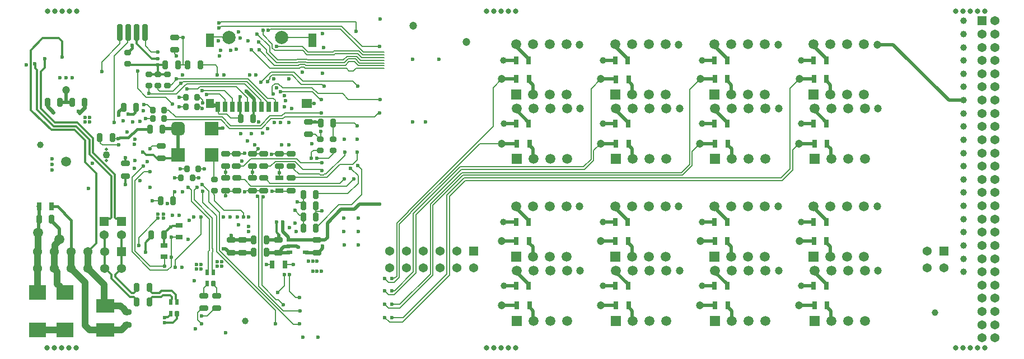
<source format=gbl>
G04*
G04 #@! TF.GenerationSoftware,Altium Limited,Altium Designer,20.1.11 (218)*
G04*
G04 Layer_Physical_Order=4*
G04 Layer_Color=16737819*
%FSAX42Y42*%
%MOMM*%
G71*
G04*
G04 #@! TF.SameCoordinates,67978BD1-B2E9-4B08-9179-9D8DA7AD3022*
G04*
G04*
G04 #@! TF.FilePolarity,Positive*
G04*
G01*
G75*
%ADD10C,0.20*%
%ADD12C,0.60*%
%ADD60R,2.50X2.30*%
%ADD62R,2.80X2.00*%
G04:AMPARAMS|DCode=63|XSize=0.8mm|YSize=1.3mm|CornerRadius=0.2mm|HoleSize=0mm|Usage=FLASHONLY|Rotation=180.000|XOffset=0mm|YOffset=0mm|HoleType=Round|Shape=RoundedRectangle|*
%AMROUNDEDRECTD63*
21,1,0.80,0.90,0,0,180.0*
21,1,0.40,1.30,0,0,180.0*
1,1,0.40,-0.20,0.45*
1,1,0.40,0.20,0.45*
1,1,0.40,0.20,-0.45*
1,1,0.40,-0.20,-0.45*
%
%ADD63ROUNDEDRECTD63*%
G04:AMPARAMS|DCode=64|XSize=0.8mm|YSize=1.3mm|CornerRadius=0.2mm|HoleSize=0mm|Usage=FLASHONLY|Rotation=90.000|XOffset=0mm|YOffset=0mm|HoleType=Round|Shape=RoundedRectangle|*
%AMROUNDEDRECTD64*
21,1,0.80,0.90,0,0,90.0*
21,1,0.40,1.30,0,0,90.0*
1,1,0.40,0.45,0.20*
1,1,0.40,0.45,-0.20*
1,1,0.40,-0.45,-0.20*
1,1,0.40,-0.45,0.20*
%
%ADD64ROUNDEDRECTD64*%
G04:AMPARAMS|DCode=69|XSize=0.8mm|YSize=1mm|CornerRadius=0.2mm|HoleSize=0mm|Usage=FLASHONLY|Rotation=270.000|XOffset=0mm|YOffset=0mm|HoleType=Round|Shape=RoundedRectangle|*
%AMROUNDEDRECTD69*
21,1,0.80,0.60,0,0,270.0*
21,1,0.40,1.00,0,0,270.0*
1,1,0.40,-0.30,-0.20*
1,1,0.40,-0.30,0.20*
1,1,0.40,0.30,0.20*
1,1,0.40,0.30,-0.20*
%
%ADD69ROUNDEDRECTD69*%
G04:AMPARAMS|DCode=70|XSize=0.8mm|YSize=1mm|CornerRadius=0.2mm|HoleSize=0mm|Usage=FLASHONLY|Rotation=180.000|XOffset=0mm|YOffset=0mm|HoleType=Round|Shape=RoundedRectangle|*
%AMROUNDEDRECTD70*
21,1,0.80,0.60,0,0,180.0*
21,1,0.40,1.00,0,0,180.0*
1,1,0.40,-0.20,0.30*
1,1,0.40,0.20,0.30*
1,1,0.40,0.20,-0.30*
1,1,0.40,-0.20,-0.30*
%
%ADD70ROUNDEDRECTD70*%
G04:AMPARAMS|DCode=77|XSize=2.54mm|YSize=0.91mm|CornerRadius=0mm|HoleSize=0mm|Usage=FLASHONLY|Rotation=90.000|XOffset=0mm|YOffset=0mm|HoleType=Round|Shape=Octagon|*
%AMOCTAGOND77*
4,1,8,0.23,1.27,-0.23,1.27,-0.46,1.04,-0.46,-1.04,-0.23,-1.27,0.23,-1.27,0.46,-1.04,0.46,1.04,0.23,1.27,0.0*
%
%ADD77OCTAGOND77*%

%ADD80C,1.00*%
%ADD81C,0.50*%
%ADD82C,1.00*%
%ADD84C,0.40*%
%ADD85C,0.30*%
%ADD87C,0.38*%
%ADD88R,1.50X1.50*%
%ADD89C,1.50*%
%ADD90C,2.00*%
%ADD91C,1.37*%
%ADD92R,1.37X1.37*%
%ADD93R,1.37X1.37*%
%ADD94C,1.52*%
%ADD95C,1.20*%
%ADD96C,0.60*%
%ADD97C,0.50*%
%ADD98C,1.10*%
%ADD99C,0.80*%
%ADD110R,0.80X1.30*%
%ADD111R,1.30X0.80*%
%ADD112R,2.00X2.00*%
G04:AMPARAMS|DCode=113|XSize=2mm|YSize=2mm|CornerRadius=0.5mm|HoleSize=0mm|Usage=FLASHONLY|Rotation=270.000|XOffset=0mm|YOffset=0mm|HoleType=Round|Shape=RoundedRectangle|*
%AMROUNDEDRECTD113*
21,1,2.00,1.00,0,0,270.0*
21,1,1.00,2.00,0,0,270.0*
1,1,1.00,-0.50,-0.50*
1,1,1.00,-0.50,0.50*
1,1,1.00,0.50,0.50*
1,1,1.00,0.50,-0.50*
%
%ADD113ROUNDEDRECTD113*%
%ADD114R,0.60X0.90*%
G04:AMPARAMS|DCode=115|XSize=0.9mm|YSize=0.6mm|CornerRadius=0.15mm|HoleSize=0mm|Usage=FLASHONLY|Rotation=90.000|XOffset=0mm|YOffset=0mm|HoleType=Round|Shape=RoundedRectangle|*
%AMROUNDEDRECTD115*
21,1,0.90,0.30,0,0,90.0*
21,1,0.60,0.60,0,0,90.0*
1,1,0.30,0.15,0.30*
1,1,0.30,0.15,-0.30*
1,1,0.30,-0.15,-0.30*
1,1,0.30,-0.15,0.30*
%
%ADD115ROUNDEDRECTD115*%
%ADD116R,1.00X0.80*%
%ADD117R,0.95X0.60*%
%ADD118R,0.70X1.60*%
%ADD119R,1.20X1.40*%
%ADD120R,1.60X1.40*%
%ADD121R,1.20X2.00*%
D10*
X024165Y002836D02*
X024245D01*
X024105Y002896D02*
X024165Y002836D01*
X024245D02*
X024576Y003167D01*
Y004050D01*
X025262Y004736D01*
X027125D01*
X027265Y004876D01*
Y005021D01*
X027372Y005127D01*
X024215Y002896D02*
X024221Y002902D01*
X024254D01*
X024536Y003184D01*
Y004067D01*
X025245Y004776D01*
X027109D01*
X027225Y004893D01*
Y005956D02*
X027375Y006106D01*
X027225Y004893D02*
Y005956D01*
X024165Y002636D02*
X024332D01*
X024105Y002696D02*
X024165Y002636D01*
X024332D02*
X024835Y003140D01*
Y004196D01*
X025289Y004650D01*
X028609D01*
X028755Y004796D01*
Y005011D01*
X028872Y005127D01*
X024215Y002696D02*
X024335D01*
X024795Y003156D01*
Y004213D02*
X025272Y004690D01*
X024795Y003156D02*
Y004213D01*
X025272Y004690D02*
X028592D01*
X028715Y004813D01*
Y005946D01*
X028875Y006106D01*
X024105Y002496D02*
X024175Y002426D01*
X024372D01*
X025085Y003140D01*
Y004333D01*
X025318Y004566D01*
X030115D01*
X030277Y004728D01*
Y005032D02*
X030372Y005127D01*
X030277Y004728D02*
Y005032D01*
X024215Y002496D02*
X024385D01*
X025044Y003155D01*
Y004348D01*
X025303Y004608D01*
X030100D01*
X030235Y004743D01*
Y005966D02*
X030375Y006106D01*
X030235Y004743D02*
Y005966D01*
X024456Y004100D02*
X025745Y005389D01*
Y005976D02*
X025875Y006106D01*
X025745Y005389D02*
Y005976D01*
X025229Y004816D02*
X025229D01*
X025540Y005127D02*
X025872D01*
X025229Y004816D02*
X025540Y005127D01*
X024496Y004083D02*
X025229Y004816D01*
X024285Y003123D02*
Y003926D01*
X024456Y004097D01*
Y004100D01*
X024325Y003106D02*
Y003906D01*
X024496Y004077D01*
Y004083D01*
X024215Y003086D02*
X024221Y003092D01*
X024254D01*
X024285Y003123D01*
X024165Y003026D02*
X024245D01*
X024325Y003106D01*
X024105Y003086D02*
X024165Y003026D01*
X019835Y005106D02*
X020085D01*
X019805Y005136D02*
X019835Y005106D01*
X019805Y005136D02*
Y005206D01*
X019795Y005216D02*
X019805Y005206D01*
X020925Y006486D02*
Y006546D01*
Y006486D02*
X020955Y006456D01*
X020995Y005826D02*
X021095D01*
X021075Y005806D02*
X021095Y005826D01*
X020995Y005686D02*
X021095D01*
X020456Y005716D02*
X020516D01*
X020555Y005676D01*
X020595Y005636D02*
Y005641D01*
X020560Y005676D02*
X020595Y005641D01*
X020555Y005676D02*
X020560D01*
X020595Y005506D02*
X020595Y005506D01*
X020485Y005506D02*
X020595D01*
X021965Y004016D02*
Y004076D01*
X021525Y004263D02*
X021672Y004116D01*
X021492Y004389D02*
X021521D01*
X021525Y004263D02*
Y004357D01*
X021521Y004389D02*
X021523Y004387D01*
Y004358D02*
Y004387D01*
X021925Y004116D02*
X021965Y004076D01*
X021523Y004358D02*
X021525Y004357D01*
X021672Y004116D02*
X021925D01*
X021015Y004746D02*
X021115D01*
X020925Y004606D02*
X021025D01*
X021195D02*
X021205Y004596D01*
X020585Y004266D02*
X020715D01*
X021205Y004596D02*
X021215Y004606D01*
X021295D01*
X021545Y006316D02*
X021575Y006286D01*
Y006169D02*
Y006286D01*
X021315Y006316D02*
X021545D01*
X022595Y003296D02*
X022725D01*
X020385Y003706D02*
X020675Y003996D01*
X020385Y003586D02*
Y003706D01*
X021521Y004602D02*
Y004921D01*
X021505Y004586D02*
X021521Y004602D01*
X021485Y004956D02*
X021521Y004921D01*
X021695Y004766D02*
X021695Y004766D01*
Y004616D02*
Y004766D01*
X022105Y004696D02*
Y004786D01*
X022105Y004786D02*
X022105Y004786D01*
Y004596D02*
Y004696D01*
X022515Y004596D02*
Y004686D01*
Y004786D01*
X023065Y004015D02*
Y004100D01*
Y004185D01*
Y004100D02*
X023149D01*
X023155Y004106D01*
X022685Y004596D02*
X022710D01*
X022751Y004620D02*
X022752Y004621D01*
X022710Y004596D02*
X022734Y004620D01*
X022751D01*
X022752Y004621D02*
X023109D01*
X023114Y004616D01*
X023197D01*
X023202Y004621D01*
X023230D01*
X023425Y004816D01*
X023685Y004884D02*
Y004996D01*
X023425Y004816D02*
X023618D01*
X023685Y004884D01*
X022733Y004739D02*
Y004757D01*
X022704Y004786D02*
X022733Y004757D01*
X022685Y004786D02*
X022704D01*
X022733Y004739D02*
X022805Y004666D01*
X023120D01*
X023130Y004656D01*
X023180D01*
X023190Y004666D01*
X023215D01*
X023505Y004986D02*
Y004996D01*
X023498Y004989D02*
X023505Y004996D01*
X023215Y004666D02*
X023498Y004949D01*
Y004989D01*
X023065Y003855D02*
X023094Y003884D01*
X023757Y004355D02*
Y004735D01*
X023094Y003894D02*
X023104D01*
X023411Y004201D01*
X023065Y003845D02*
Y003855D01*
X023094Y003884D02*
Y003894D01*
X023411Y004201D02*
X023603D01*
X023695Y004796D02*
X023757Y004735D01*
X023603Y004201D02*
X023757Y004355D01*
X023065Y004356D02*
X023078Y004369D01*
X023548D01*
X023701Y004522D01*
Y004640D01*
X023596Y004746D02*
X023701Y004640D01*
X023585Y004746D02*
X023596D01*
X021983Y004581D02*
X022078Y004486D01*
X021865Y004596D02*
X021880Y004581D01*
X022209Y004486D02*
X022209Y004486D01*
X023525D01*
X021880Y004581D02*
X021983D01*
X023525Y004486D02*
X023635Y004596D01*
X022078Y004486D02*
X022209D01*
X023635Y004596D02*
Y004596D01*
X022775Y004896D02*
X022835Y004836D01*
X023155D01*
X022079Y004896D02*
X022775D01*
X021855Y004786D02*
X021969D01*
X022079Y004896D01*
X022275Y004786D02*
X022379D01*
X022449Y004856D01*
X022619D01*
X022619Y004856D01*
X022751D01*
X022869Y004739D01*
X023155D01*
X022370Y004526D02*
X023425D01*
X022305Y004596D02*
X022330Y004571D01*
Y004566D02*
X022370Y004526D01*
X022330Y004566D02*
Y004571D01*
X023425Y004526D02*
X023495Y004596D01*
X022515Y004406D02*
X022685D01*
X022515Y004406D02*
X022515Y004406D01*
X022405Y004406D02*
X022515D01*
X022685Y004976D02*
X022685Y004976D01*
X022416Y004976D02*
X022685D01*
X022406Y004966D02*
X022416Y004976D01*
X022395Y004966D02*
X022406D01*
X022865Y003846D02*
X022865Y003846D01*
X022875Y003845D02*
Y004015D01*
X022846Y004046D02*
X022875Y004017D01*
Y004015D02*
Y004017D01*
X022815Y004046D02*
X022846D01*
X022745Y004116D02*
X022815Y004046D01*
X022745Y004116D02*
Y004116D01*
X022875Y004194D02*
Y004356D01*
Y004194D02*
Y004205D01*
X022846Y004234D02*
X022875Y004205D01*
Y004185D02*
Y004194D01*
X022835Y004234D02*
X022846D01*
X022833Y004236D02*
X022835Y004234D01*
X022785Y004236D02*
X022833D01*
X022785Y004236D02*
X022785Y004236D01*
X022785Y004236D02*
Y004246D01*
X021695Y004406D02*
X021865D01*
X021695Y004341D02*
Y004406D01*
Y004976D02*
X021855D01*
X021975D01*
X021985Y004986D01*
X022125Y004976D02*
X022275D01*
X022105D02*
X022125D01*
X022125D01*
X022189Y005041D01*
X022105Y004996D02*
X022105Y004996D01*
X022189Y005041D02*
Y005046D01*
X022105Y004416D02*
X022275D01*
X022014Y004414D02*
X022103D01*
X022105Y004416D02*
X022105Y004416D01*
X022103Y004414D02*
X022105Y004416D01*
X021996Y004396D02*
X022014Y004414D01*
X021985Y004396D02*
X021996D01*
X021265Y005826D02*
X021313D01*
X022235Y006056D02*
X022387Y006208D01*
X022734D02*
X022865Y006076D01*
X022387Y006208D02*
X022734D01*
X021353Y005783D02*
X021355Y005785D01*
X021353Y005747D02*
Y005783D01*
X021313Y005826D02*
X021355Y005785D01*
X022865Y006076D02*
X023620D01*
X023695Y006001D01*
X023620Y006076D02*
X023696Y006000D01*
X022704Y006168D02*
X022845Y006026D01*
X023153D01*
X022367Y006131D02*
X022403Y006168D01*
X022704D01*
X022335Y006066D02*
Y006077D01*
X022367Y006109D02*
Y006131D01*
X023153Y006026D02*
X023183Y005996D01*
X023185D01*
X022335Y006077D02*
X022367Y006109D01*
X021265Y005686D02*
X021315D01*
X021345Y005656D01*
X022021Y005686D02*
X022025Y005691D01*
X021115Y005956D02*
X021278D01*
X021311Y005989D01*
X021855D02*
X022025Y005818D01*
X021311Y005989D02*
X021855D01*
X022025Y005691D02*
Y005818D01*
X020535Y006006D02*
X020545Y005996D01*
X020535Y005986D02*
X020545Y005996D01*
X020535Y005876D02*
Y005986D01*
Y005876D02*
X020950D01*
X021100Y006026D02*
X021103D01*
X021106Y006029D01*
X020950Y005876D02*
X021100Y006026D01*
X022228Y005699D02*
X022241Y005686D01*
X021106Y006029D02*
X021984D01*
X022228Y005699D02*
Y005785D01*
X021984Y006029D02*
X022228Y005785D01*
X021609Y005876D02*
X021691Y005794D01*
X021413Y005876D02*
X021609D01*
X021691Y005686D02*
Y005794D01*
X021408Y005871D02*
X021413Y005876D01*
X021801Y005686D02*
Y005809D01*
X021679Y005931D02*
X021801Y005809D01*
X021341Y005929D02*
X021343Y005931D01*
X021679D01*
X022448Y005699D02*
X022461Y005686D01*
X020825Y006016D02*
X020875D01*
X020815Y006006D02*
X020825Y006016D01*
X022448Y005699D02*
Y005785D01*
X020955Y006106D02*
X020958Y006109D01*
X020875Y006016D02*
X020955Y006096D01*
Y006106D01*
X020958Y006109D02*
X022037D01*
X022417Y005816D02*
X022448Y005785D01*
X022037Y006109D02*
X022330Y005816D01*
X022417D01*
X021025Y006044D02*
X021032D01*
X021057Y006069D01*
X020675Y005946D02*
Y006006D01*
Y005946D02*
X020695Y005926D01*
X020905D01*
X021019Y006041D01*
X022326Y005711D02*
Y005759D01*
X021057Y006069D02*
X022016D01*
X022326Y005711D02*
X022351Y005686D01*
X022016Y006069D02*
X022326Y005759D01*
X021540Y002636D02*
X021565D01*
X021420Y002516D02*
X021540Y002636D01*
X021335Y002516D02*
X021420D01*
X021340Y002636D02*
X021365D01*
X021275Y002571D02*
X021340Y002636D01*
X021275Y002456D02*
Y002571D01*
Y002456D02*
X021335Y002396D01*
X021515Y002991D02*
Y003006D01*
Y002991D02*
X021565Y002941D01*
Y002826D02*
Y002941D01*
X021415Y002991D02*
Y003006D01*
X021365Y002941D02*
X021415Y002991D01*
X021365Y002826D02*
Y002941D01*
X021515Y003176D02*
Y003191D01*
X021492Y003223D02*
Y003337D01*
X021223Y004276D02*
Y004424D01*
X021265Y004466D01*
X021223Y004276D02*
X021495Y004004D01*
X021265Y004466D02*
X021266D01*
X021495Y003196D02*
Y003220D01*
X021492Y003337D02*
X021492Y003337D01*
X021504Y003489D02*
Y003534D01*
X021495Y003543D02*
Y004004D01*
X021492Y003337D02*
Y003477D01*
X021495Y003196D02*
X021515Y003176D01*
X021495Y003543D02*
X021504Y003534D01*
X021492Y003477D02*
X021504Y003489D01*
X021492Y003223D02*
X021495Y003220D01*
X021178Y004258D02*
Y004424D01*
X021135Y004456D02*
Y004466D01*
X021146Y004456D02*
X021178Y004424D01*
Y004258D02*
X021450Y003985D01*
Y003512D02*
Y003985D01*
X021135Y004456D02*
X021146D01*
X021438Y003500D02*
X021450Y003512D01*
X021438Y003315D02*
Y003500D01*
X021415Y003176D02*
X021435Y003196D01*
Y003220D02*
X021438Y003223D01*
X021438Y003315D02*
X021438Y003315D01*
Y003223D02*
Y003315D01*
X021435Y003196D02*
Y003220D01*
X023255Y004906D02*
X023325Y004976D01*
X023079Y004906D02*
X023255D01*
X023325Y004976D02*
Y005028D01*
X023075Y004902D02*
X023079Y004906D01*
X022994Y004995D02*
X023027Y005028D01*
X023125D01*
X022994Y004907D02*
Y004995D01*
X022993Y004906D02*
X022994Y004907D01*
X022993Y004902D02*
Y004906D01*
X023325Y005198D02*
Y005436D01*
X023645D01*
X023689Y005393D01*
X023119Y005198D02*
X023125D01*
X023050Y005266D02*
X023119Y005198D01*
X022955Y005266D02*
X023050D01*
X023125Y005198D02*
X023135Y005208D01*
Y005316D01*
X024038Y006469D02*
X024095D01*
X022861Y006596D02*
X022942Y006515D01*
X023322D02*
X023336Y006529D01*
X022942Y006515D02*
X023322D01*
X022465Y006596D02*
X022861D01*
X023336Y006529D02*
X023715D01*
X023775Y006469D01*
X024038D01*
X024029Y006516D02*
X024095D01*
X022356Y006846D02*
X022376Y006866D01*
X022345Y006846D02*
X022356D01*
X022376Y006866D02*
X023434D01*
X023784Y006516D01*
X024029D01*
X024055Y006429D02*
X024095D01*
X022864Y006536D02*
X022926Y006475D01*
X023338D02*
X023352Y006489D01*
X023699D01*
X022926Y006475D02*
X023338D01*
X022405Y006621D02*
Y006636D01*
X022405Y006621D02*
X022405Y006621D01*
X022405Y006572D02*
Y006621D01*
Y006572D02*
X022440Y006536D01*
X022864D01*
X022265Y006776D02*
Y006846D01*
Y006776D02*
X022405Y006636D01*
X023759Y006429D02*
X024055D01*
X023699Y006489D02*
X023759Y006429D01*
X022768Y006392D02*
X022781Y006405D01*
X022930D01*
X022943Y006392D01*
X023475D01*
X023532Y006449D01*
X023682D01*
X022365Y006513D02*
X022486Y006392D01*
X022768D01*
X022365Y006513D02*
Y006596D01*
X022175Y006786D02*
X022365Y006596D01*
X023742Y006389D02*
X024095D01*
X023682Y006449D02*
X023742Y006389D01*
X022784Y006352D02*
X022797Y006365D01*
X022913D01*
X022926Y006352D01*
X023492D01*
X023549Y006409D01*
X023666D01*
X022313Y006509D02*
Y006549D01*
X022195Y006666D02*
X022313Y006549D01*
Y006509D02*
X022469Y006352D01*
X022784D01*
X023666Y006409D02*
X023726Y006349D01*
X024095D01*
X023565Y006369D02*
X023649D01*
X023508Y006312D02*
X023565Y006369D01*
X022910Y006312D02*
X023508D01*
X022897Y006325D02*
X022910Y006312D01*
X022801D02*
X022814Y006325D01*
X022897D01*
X022205Y006546D02*
X022439Y006312D01*
X022801D01*
X023649Y006369D02*
X023709Y006309D01*
X024095D01*
X022899Y006266D02*
X023523D01*
X023565Y006224D01*
X023625D01*
X022812Y006266D02*
X022830Y006285D01*
X022880D01*
X022899Y006266D01*
X022085Y006546D02*
X022365Y006266D01*
X022812D01*
X023625Y006224D02*
X023667Y006265D01*
X024095D01*
X022485Y002876D02*
X022585Y002976D01*
Y003146D01*
X022665Y002888D02*
X022757Y002796D01*
X022665Y002888D02*
Y003146D01*
X022757Y002796D02*
X022815D01*
X022245Y004306D02*
X022265Y004326D01*
X022245Y002982D02*
Y004306D01*
X022496Y002764D02*
X022569Y002691D01*
X022463Y002764D02*
X022496D01*
X022245Y002982D02*
X022463Y002764D01*
X022185Y004332D02*
X022201Y004317D01*
Y002969D02*
Y004317D01*
X022574Y002596D02*
X022825D01*
X022201Y002969D02*
X022574Y002596D01*
X021355Y004236D02*
Y004406D01*
Y004236D02*
X021565Y004036D01*
Y003492D02*
Y004036D01*
X022455Y002396D02*
Y002602D01*
X021565Y003492D02*
X022455Y002602D01*
X021445Y004246D02*
Y004406D01*
X021345Y004506D02*
X021445Y004406D01*
Y004246D02*
X021605Y004086D01*
Y003508D02*
Y004086D01*
X022719Y002394D02*
X022817D01*
X021605Y003508D02*
X022719Y002394D01*
X023129Y005796D02*
X023135D01*
X023150D01*
X023009Y005916D02*
X023129Y005796D01*
X022525Y005916D02*
X023009D01*
X023005Y005976D02*
X023095Y005886D01*
X023465D01*
X023555Y005796D01*
X024035D01*
X022558Y005976D02*
X023005D01*
X022498Y006036D02*
X022558Y005976D01*
X022440Y006036D02*
X022498D01*
X022405Y006001D02*
X022440Y006036D01*
X022405Y005885D02*
X022414Y005876D01*
X022405Y005885D02*
Y006001D01*
X020821Y003213D02*
X020875Y003267D01*
X020559Y003213D02*
X020821D01*
X020285Y003488D02*
X020559Y003213D01*
X020285Y003488D02*
Y004616D01*
X020457Y004788D01*
X020875Y003425D02*
X020876Y003426D01*
X020875Y003427D02*
Y003716D01*
Y003427D02*
X020876Y003426D01*
X020875Y003267D02*
Y003425D01*
X020875Y003716D02*
X020995D01*
X020325Y003504D02*
Y004571D01*
X020460Y004706D02*
X020555D01*
X020325Y004571D02*
X020460Y004706D01*
X020765Y003416D02*
X020775Y003406D01*
Y003276D02*
Y003406D01*
X020325Y003504D02*
X020553Y003276D01*
X020775D01*
X020015Y006458D02*
X020215Y006658D01*
Y006794D02*
X020228Y006807D01*
X020215Y006658D02*
Y006794D01*
X020015Y005446D02*
Y006458D01*
X020935Y003256D02*
Y003363D01*
X021324Y003752D01*
Y004015D01*
X021325Y004016D01*
X020365Y005963D02*
Y006226D01*
Y005963D02*
X020500Y005828D01*
X020793D01*
X020893Y005729D01*
Y005724D02*
Y005729D01*
X021624Y006966D02*
X021626Y006968D01*
X021602Y006966D02*
X021624D01*
X021594Y006958D02*
X021602Y006966D01*
X021626Y006968D02*
X023546D01*
X023548Y006969D01*
X023666D01*
X023675Y006960D01*
Y006826D02*
Y006960D01*
X021595Y006876D02*
X021597D01*
X021618Y006898D01*
X021619D01*
X021628Y006906D01*
X023451D01*
X023761Y006596D01*
X024025D01*
X020765Y005506D02*
X020783Y005489D01*
X021628D01*
X021760Y005356D01*
X022237D01*
X022387Y005506D01*
X022565D01*
X022592Y005533D01*
X023947D01*
X024008Y005594D01*
X024009Y005593D01*
X024025D01*
X020765Y005636D02*
X020835D01*
X020943Y005529D01*
X021644D01*
X021777Y005396D01*
X022220D01*
X022370Y005546D01*
X022545D01*
X022595Y005596D01*
X023143D01*
X023147Y005593D01*
X021775Y005516D02*
X021917D01*
X021919Y005515D01*
X021927Y005506D01*
X021715Y005576D02*
X021775Y005516D01*
X021597Y005576D02*
X021715D01*
X021585Y005588D02*
X021597Y005576D01*
X021585Y005588D02*
Y005682D01*
X021581Y005686D02*
X021585Y005682D01*
X020911Y004297D02*
Y004372D01*
X020905Y004291D02*
X020911Y004297D01*
X020905Y004266D02*
Y004291D01*
X020925Y004386D02*
Y004398D01*
X020911Y004372D02*
X020925Y004386D01*
X019995Y005206D02*
X020075D01*
X019985Y005216D02*
X019995Y005206D01*
X020550Y005056D02*
X020555Y005051D01*
Y005046D02*
Y005051D01*
X020550Y005056D02*
X020590Y005096D01*
X020725D01*
X020725Y005096D01*
X020925Y006736D02*
X021053D01*
X021055Y006321D02*
Y006736D01*
X020975Y006316D02*
X021050D01*
X021055Y006321D01*
X021050Y006316D02*
X021125D01*
X022923Y005736D02*
X022923Y005736D01*
X023035D01*
X020482Y006807D02*
X020485Y006804D01*
Y006606D02*
Y006804D01*
Y006606D02*
X020575Y006516D01*
X020675D01*
X022543Y006736D02*
X022973D01*
X023013Y006696D01*
X021285Y004746D02*
X021375D01*
X021735Y006746D02*
X021745Y006736D01*
X021513Y006746D02*
X021735D01*
X021463Y006696D02*
X021513Y006746D01*
X022315Y003296D02*
X022405D01*
X019825Y006216D02*
Y006366D01*
X020101Y006641D01*
Y006807D01*
D12*
X019005Y005690D02*
Y005756D01*
X019005Y005690D02*
X019092Y005603D01*
X019485Y005596D02*
X019555Y005666D01*
X019565D02*
Y005756D01*
X021581Y005686D02*
Y005706D01*
X021576Y005711D02*
X021581Y005706D01*
X021488Y005711D02*
X021576D01*
X021463Y005736D02*
X021488Y005711D01*
D60*
X019265Y002876D02*
D03*
Y002306D02*
D03*
X018855D02*
D03*
Y002876D02*
D03*
D62*
X019875Y002306D02*
D03*
Y002675D02*
D03*
D63*
X022875Y004015D02*
D03*
X023065D02*
D03*
X022875Y004185D02*
D03*
X023065D02*
D03*
X019065Y003986D02*
D03*
X018875D02*
D03*
X019005Y005756D02*
D03*
X019195D02*
D03*
X019565D02*
D03*
X019375D02*
D03*
X019795Y005216D02*
D03*
X019985D02*
D03*
X020765Y003746D02*
D03*
X020575D02*
D03*
X022117Y005506D02*
D03*
X021927D02*
D03*
X020745Y005346D02*
D03*
X020555D02*
D03*
X021315Y006316D02*
D03*
X021125D02*
D03*
X020345Y005676D02*
D03*
X020155D02*
D03*
X020715Y004266D02*
D03*
X020905D02*
D03*
X020785Y006316D02*
D03*
X020975D02*
D03*
X023135Y005436D02*
D03*
X023325D02*
D03*
X022315Y003487D02*
D03*
X022125D02*
D03*
X022315Y003667D02*
D03*
X022125D02*
D03*
X022875Y003845D02*
D03*
X023065D02*
D03*
X022875Y004356D02*
D03*
X023065D02*
D03*
X020355Y002726D02*
D03*
X020545D02*
D03*
X020355Y002946D02*
D03*
X020545D02*
D03*
D64*
X022515Y004976D02*
D03*
Y004786D02*
D03*
X021695Y004416D02*
D03*
Y004606D02*
D03*
X021695Y004976D02*
D03*
Y004786D02*
D03*
X022105Y004976D02*
D03*
Y004786D02*
D03*
X022105Y004416D02*
D03*
Y004606D02*
D03*
X023075Y003476D02*
D03*
Y003666D02*
D03*
X022495Y003667D02*
D03*
Y003477D02*
D03*
X021955D02*
D03*
Y003667D02*
D03*
X021785Y003477D02*
D03*
Y003667D02*
D03*
X020925Y006546D02*
D03*
Y006736D02*
D03*
X020725Y004906D02*
D03*
Y005096D02*
D03*
X020205Y002386D02*
D03*
Y002576D02*
D03*
X022955Y005456D02*
D03*
Y005266D02*
D03*
X022685Y004416D02*
D03*
Y004606D02*
D03*
Y004976D02*
D03*
Y004786D02*
D03*
X021865Y004416D02*
D03*
Y004606D02*
D03*
X021855Y004976D02*
D03*
Y004786D02*
D03*
X022275Y004976D02*
D03*
Y004786D02*
D03*
X022275Y004416D02*
D03*
Y004606D02*
D03*
X020185Y004826D02*
D03*
Y004636D02*
D03*
X021365Y002636D02*
D03*
Y002826D02*
D03*
X021565Y002636D02*
D03*
Y002826D02*
D03*
D69*
X020215Y006506D02*
D03*
Y006336D02*
D03*
X021525Y004416D02*
D03*
Y004586D02*
D03*
X020815Y006006D02*
D03*
Y006176D02*
D03*
X020675Y006006D02*
D03*
Y006176D02*
D03*
X020535Y006006D02*
D03*
Y006176D02*
D03*
X023325Y005028D02*
D03*
Y005198D02*
D03*
X023125Y005028D02*
D03*
Y005198D02*
D03*
D70*
X021095Y005826D02*
D03*
X021265D02*
D03*
X021095Y005686D02*
D03*
X021265D02*
D03*
X020765Y005636D02*
D03*
X020595D02*
D03*
Y005506D02*
D03*
X020765D02*
D03*
X021115Y004746D02*
D03*
X021285D02*
D03*
X021025Y004606D02*
D03*
X021195D02*
D03*
D77*
X020101Y006807D02*
D03*
X020482D02*
D03*
X020355D02*
D03*
X020228D02*
D03*
D80*
X032425Y002566D02*
D03*
X018895Y005106D02*
D03*
X021995Y002446D02*
D03*
X030401Y003938D02*
D03*
X030402Y002977D02*
D03*
X032855Y006386D02*
D03*
Y006586D02*
D03*
X025902Y002977D02*
D03*
X025901Y003938D02*
D03*
X025902Y005427D02*
D03*
X027402Y002977D02*
D03*
X027401Y003938D02*
D03*
X027402Y005427D02*
D03*
X025901Y006388D02*
D03*
X027401D02*
D03*
X028902Y002977D02*
D03*
X028901Y003938D02*
D03*
X028902Y005427D02*
D03*
X028901Y006388D02*
D03*
X030402Y005427D02*
D03*
X030401Y006388D02*
D03*
X032855Y005986D02*
D03*
Y006186D02*
D03*
Y005586D02*
D03*
Y005786D02*
D03*
Y005186D02*
D03*
Y005386D02*
D03*
Y004786D02*
D03*
Y004986D02*
D03*
Y003186D02*
D03*
Y003386D02*
D03*
Y003586D02*
D03*
Y003786D02*
D03*
Y003986D02*
D03*
Y004186D02*
D03*
Y004386D02*
D03*
Y004586D02*
D03*
Y006786D02*
D03*
Y006986D02*
D03*
D81*
X030375Y003656D02*
X030595D01*
X030372Y002677D02*
X030602D01*
X030401Y003938D02*
X030591D01*
X030402Y002977D02*
X030592D01*
X030791Y003623D02*
X030846Y003569D01*
X030791Y003623D02*
Y003648D01*
X030846Y003418D02*
Y003569D01*
X030611Y004134D02*
X030781Y003963D01*
X030611Y004134D02*
Y004161D01*
X030781Y003938D02*
Y003963D01*
X030592Y004180D02*
X030611Y004161D01*
X030848Y002454D02*
X030855Y002446D01*
X030848Y002454D02*
Y002596D01*
X030792Y002652D02*
Y002677D01*
Y002652D02*
X030848Y002596D01*
X030782Y002977D02*
Y003002D01*
X030601Y003183D02*
Y003208D01*
Y003183D02*
X030782Y003002D01*
X027601Y005633D02*
X027782Y005452D01*
X027601Y005633D02*
Y005658D01*
X027782Y005427D02*
Y005452D01*
X027792Y005102D02*
X027848Y005046D01*
X027792Y005102D02*
Y005127D01*
X027848Y004904D02*
Y005046D01*
Y004904D02*
X027855Y004896D01*
X027592Y006630D02*
X027611Y006611D01*
X027781Y006388D02*
Y006413D01*
X027611Y006584D02*
Y006611D01*
Y006584D02*
X027781Y006413D01*
X027846Y005868D02*
Y006019D01*
X027791Y006073D02*
Y006098D01*
Y006073D02*
X027846Y006019D01*
X025902Y002977D02*
X026092D01*
X025901Y003938D02*
X026091D01*
X027402Y002977D02*
X027592D01*
X027401Y003938D02*
X027591D01*
X025902Y005427D02*
X026092D01*
X025901Y006388D02*
X026091D01*
X027401D02*
X027591D01*
X028902Y002977D02*
X029092D01*
X028901Y003938D02*
X029091D01*
X027402Y005427D02*
X027592D01*
X028902D02*
X029092D01*
X028901Y006388D02*
X029091D01*
X030402Y005427D02*
X030592D01*
X030401Y006388D02*
X030591D01*
X027372Y005127D02*
X027602D01*
X027375Y006106D02*
X027595D01*
X029101Y005633D02*
X029282Y005452D01*
X029101Y005633D02*
Y005658D01*
X029282Y005427D02*
Y005452D01*
X029292Y005102D02*
X029348Y005046D01*
X029292Y005102D02*
Y005127D01*
X029348Y004904D02*
Y005046D01*
Y004904D02*
X029355Y004896D01*
X029092Y006630D02*
X029111Y006611D01*
X029281Y006388D02*
Y006413D01*
X029111Y006584D02*
Y006611D01*
Y006584D02*
X029281Y006413D01*
X029346Y005868D02*
Y006019D01*
X029291Y006073D02*
Y006098D01*
Y006073D02*
X029346Y006019D01*
X028872Y005127D02*
X029102D01*
X028875Y006106D02*
X029095D01*
X030601Y005633D02*
X030782Y005452D01*
X030601Y005633D02*
Y005658D01*
X030782Y005427D02*
Y005452D01*
X030792Y005102D02*
X030848Y005046D01*
X030792Y005102D02*
Y005127D01*
X030848Y004904D02*
Y005046D01*
Y004904D02*
X030855Y004896D01*
X031793Y006628D02*
X032635Y005786D01*
X031551Y006628D02*
X031793D01*
X032635Y005786D02*
X032855D01*
X030592Y006630D02*
X030611Y006611D01*
X030781Y006388D02*
Y006413D01*
X030611Y006584D02*
Y006611D01*
Y006584D02*
X030781Y006413D01*
X030846Y005868D02*
Y006019D01*
X030791Y006073D02*
Y006098D01*
Y006073D02*
X030846Y006019D01*
X030372Y005127D02*
X030602D01*
X030375Y006106D02*
X030595D01*
X026101Y003183D02*
X026282Y003002D01*
X026101Y003183D02*
Y003208D01*
X026282Y002977D02*
Y003002D01*
X026292Y002652D02*
X026348Y002596D01*
X026292Y002652D02*
Y002677D01*
X026348Y002454D02*
Y002596D01*
Y002454D02*
X026355Y002446D01*
X026092Y004180D02*
X026111Y004161D01*
X026281Y003938D02*
Y003963D01*
X026111Y004134D02*
Y004161D01*
Y004134D02*
X026281Y003963D01*
X026346Y003418D02*
Y003569D01*
X026291Y003623D02*
Y003648D01*
Y003623D02*
X026346Y003569D01*
X025872Y002677D02*
X026102D01*
X025875Y003656D02*
X026095D01*
X027601Y003183D02*
X027782Y003002D01*
X027601Y003183D02*
Y003208D01*
X027782Y002977D02*
Y003002D01*
X027792Y002652D02*
X027848Y002596D01*
X027792Y002652D02*
Y002677D01*
X027848Y002454D02*
Y002596D01*
Y002454D02*
X027855Y002446D01*
X027592Y004180D02*
X027611Y004161D01*
X027781Y003938D02*
Y003963D01*
X027611Y004134D02*
Y004161D01*
Y004134D02*
X027781Y003963D01*
X027846Y003418D02*
Y003569D01*
X027791Y003623D02*
Y003648D01*
Y003623D02*
X027846Y003569D01*
X027372Y002677D02*
X027602D01*
X027375Y003656D02*
X027595D01*
X028872Y002677D02*
X029102D01*
X029348Y002454D02*
X029355Y002446D01*
X029348Y002454D02*
Y002596D01*
X029292Y002652D02*
Y002677D01*
Y002652D02*
X029348Y002596D01*
X029282Y002977D02*
Y003002D01*
X029101Y003183D02*
Y003208D01*
Y003183D02*
X029282Y003002D01*
X029111Y004134D02*
X029281Y003963D01*
X029111Y004134D02*
Y004161D01*
X029281Y003938D02*
Y003963D01*
X029092Y004180D02*
X029111Y004161D01*
X028875Y003656D02*
X029095D01*
X029291Y003623D02*
X029346Y003569D01*
X029291Y003623D02*
Y003648D01*
X029346Y003418D02*
Y003569D01*
X025875Y006106D02*
X026095D01*
X025872Y005127D02*
X026102D01*
X026291Y006073D02*
X026346Y006019D01*
X026291Y006073D02*
Y006098D01*
X026346Y005868D02*
Y006019D01*
X026111Y006584D02*
X026281Y006413D01*
X026111Y006584D02*
Y006611D01*
X026281Y006388D02*
Y006413D01*
X026092Y006630D02*
X026111Y006611D01*
X026348Y004904D02*
X026355Y004896D01*
X026348Y004904D02*
Y005046D01*
X026292Y005102D02*
Y005127D01*
Y005102D02*
X026348Y005046D01*
X026282Y005427D02*
Y005452D01*
X026101Y005633D02*
Y005658D01*
Y005633D02*
X026282Y005452D01*
X023070Y003672D02*
X023075Y003666D01*
X022910Y003672D02*
X023070D01*
X022643Y003677D02*
Y003716D01*
X022565Y003794D02*
X022643Y003716D01*
Y003677D02*
X022648Y003672D01*
X023645Y004136D02*
X023720Y004212D01*
X023445Y004136D02*
X023645D01*
X023195Y003666D02*
X023235Y003706D01*
Y003926D02*
X023445Y004136D01*
X023235Y003706D02*
Y003926D01*
X023075Y003666D02*
X023195D01*
X022565Y003794D02*
Y003945D01*
X022648Y003672D02*
X022910D01*
X023720Y004212D02*
X024025D01*
X022115Y003477D02*
X022125Y003487D01*
X021760Y003477D02*
X021955D01*
X022115D01*
X020977Y004956D02*
Y005356D01*
X020972Y005351D02*
X020977Y005356D01*
X020750Y005351D02*
X020972D01*
X020745Y005346D02*
X020750Y005351D01*
X021702Y003535D02*
X021760Y003477D01*
X021666Y003537D02*
X021668Y003535D01*
X021702D01*
X022010Y005918D02*
X022126Y005803D01*
Y005706D02*
Y005803D01*
Y005706D02*
X022135Y005696D01*
X022325Y003477D02*
X022495D01*
X022315Y003487D02*
X022325Y003477D01*
X022663Y003479D02*
X022665Y003482D01*
X022535Y003528D02*
X022579Y003572D01*
X022495Y003477D02*
X022520D01*
X022579Y003572D02*
X022660D01*
X022665Y003577D01*
X022535Y003492D02*
Y003528D01*
X022523Y003479D02*
X022663D01*
X022772Y003577D02*
X022792Y003556D01*
X022795D01*
X022665Y003577D02*
X022772D01*
X022315Y003667D02*
X022495D01*
X023072Y003479D02*
X023075Y003476D01*
X022913Y003479D02*
X023072D01*
X022910Y003482D02*
X022913Y003479D01*
X022505Y003677D02*
X022505Y003677D01*
X022495Y003667D02*
X022505Y003677D01*
X023163Y003574D02*
X023165Y003576D01*
X023075Y003476D02*
X023100D01*
X023163Y003539D01*
Y003574D01*
X022505Y003677D02*
X022505Y003677D01*
X022505Y003677D02*
X022505Y003677D01*
X022505Y003677D02*
Y003736D01*
X018865Y003776D02*
X018870Y003781D01*
Y003981D01*
X018875Y003986D02*
X018875Y003986D01*
X018870Y003981D02*
X018875Y003986D01*
X018875Y003986D02*
Y004166D01*
Y004176D01*
X018863Y004178D02*
X018875Y004166D01*
X019185Y003676D02*
Y003841D01*
X019065Y003961D02*
X019185Y003841D01*
X019065Y003961D02*
Y003986D01*
X019280Y005756D02*
X019365D01*
X019280D02*
X019285Y005761D01*
X019195Y005756D02*
X019280D01*
X019285Y005761D02*
Y005936D01*
X021785Y003667D02*
Y003736D01*
X021785Y003667D02*
X021785Y003667D01*
X021785Y003667D02*
X021955D01*
X021955Y003667D01*
X021955Y003667D02*
X022125D01*
X020085Y005606D02*
X020155Y005676D01*
X020085Y005556D02*
Y005606D01*
D82*
X018855Y002306D02*
X019265D01*
X018861Y003772D02*
X018865Y003776D01*
X018861Y003497D02*
Y003772D01*
X018856Y003493D02*
X018861Y003497D01*
X018856Y003492D02*
X018856Y003493D01*
X018856Y002877D02*
Y003492D01*
X018855Y002876D02*
X018856Y002877D01*
X019185Y003662D02*
Y003676D01*
X019117Y003594D02*
X019185Y003662D01*
X019117Y003500D02*
Y003594D01*
X019110Y003493D02*
X019117Y003500D01*
X019110Y003229D02*
Y003493D01*
X019153Y003000D02*
Y003186D01*
X019110Y003229D02*
X019153Y003186D01*
X019190Y002941D02*
Y002963D01*
X019153Y003000D02*
X019190Y002963D01*
Y002941D02*
X019255Y002876D01*
X019265D01*
X019364Y003239D02*
Y003493D01*
X019575Y002376D02*
Y003028D01*
X019364Y003239D02*
X019575Y003028D01*
Y002376D02*
X019645Y002306D01*
X019875D01*
X020200Y002386D02*
X020205D01*
X020190Y002376D02*
X020200Y002386D01*
X020190Y002371D02*
Y002376D01*
X020125Y002306D02*
X020190Y002371D01*
X019875Y002306D02*
X020125D01*
X019618Y003239D02*
Y003493D01*
Y003239D02*
X019865Y002992D01*
Y002776D02*
Y002992D01*
X020107Y002675D02*
X020165Y002616D01*
Y002611D02*
Y002616D01*
Y002611D02*
X020200Y002576D01*
X020205D01*
X019875Y002675D02*
X020107D01*
D84*
X020285Y006576D02*
Y006616D01*
X020215Y006506D02*
X020285Y006576D01*
X020225Y005577D02*
X020302D01*
X020325Y005600D02*
Y005656D01*
X020302Y005577D02*
X020325Y005600D01*
Y005656D02*
X020345Y005676D01*
X023059Y005453D02*
X023119D01*
X023135Y005436D01*
X023055Y005456D02*
X023059Y005453D01*
X022955Y005456D02*
X023055D01*
X019065Y004176D02*
X019155D01*
X019364Y003967D01*
Y003493D02*
Y003967D01*
X021485Y005356D02*
X021495Y005366D01*
X021655D01*
X020079Y005210D02*
X020093D01*
X020075Y005206D02*
X020079Y005210D01*
X020099Y005216D02*
X020229D01*
X020093Y005210D02*
X020099Y005216D01*
X020229D02*
X020359Y005346D01*
X020555D01*
D85*
X020185Y004636D02*
X020185Y004636D01*
X020185Y004506D02*
Y004636D01*
Y004826D02*
Y004916D01*
Y004826D02*
X020185Y004826D01*
X022117Y005506D02*
X022124Y005513D01*
Y005680D01*
X022131Y005686D01*
X021315Y006322D02*
X021340Y006346D01*
X021315Y006316D02*
Y006322D01*
X020868Y003866D02*
X020876D01*
X020453Y004996D02*
X020493Y004956D01*
X020445Y004996D02*
X020453D01*
X020605Y004956D02*
X020655Y004906D01*
X020493Y004956D02*
X020605D01*
X020927Y004906D02*
X020977Y004956D01*
X020655Y004906D02*
X020725D01*
X020927D01*
X020795Y003794D02*
X020868Y003866D01*
X020894Y003885D02*
X020977D01*
X020876Y003866D02*
X020894Y003885D01*
X020765Y003586D02*
Y003746D01*
X020355Y006643D02*
X020581Y006416D01*
X020675D01*
X020355Y006643D02*
Y006807D01*
X020215Y006337D02*
X020235Y006316D01*
X020675D01*
Y006176D02*
Y006316D01*
X020785D01*
X020535Y006176D02*
X020675D01*
X020815D01*
X022465Y003785D02*
Y003945D01*
Y003785D02*
X022505Y003745D01*
X022505Y003744D02*
X022505Y003745D01*
X022505Y003736D02*
Y003744D01*
X018848Y005641D02*
X019097Y005391D01*
X018848Y005641D02*
Y006240D01*
X019097Y005391D02*
X019434D01*
X019865Y003946D02*
X019912Y003993D01*
X019950D01*
X019968Y004011D01*
Y004059D01*
X019968Y004059D02*
Y004635D01*
Y004059D02*
X019968Y004059D01*
X019637Y004966D02*
Y005188D01*
Y004966D02*
X019968Y004635D01*
X019434Y005391D02*
X019637Y005188D01*
X018815Y006336D02*
X018821Y006331D01*
Y006266D02*
Y006331D01*
Y006266D02*
X018848Y006240D01*
X018903Y005663D02*
X019120Y005446D01*
X020040Y003993D02*
X020078D01*
X020023Y004011D02*
Y004082D01*
Y004011D02*
X020040Y003993D01*
X020078D02*
X020125Y003946D01*
X019457Y005446D02*
X019692Y005211D01*
X019120Y005446D02*
X019457D01*
X020023Y004082D02*
Y004658D01*
Y004082D02*
X020023Y004082D01*
X019692Y004989D02*
Y005211D01*
Y004989D02*
X020023Y004658D01*
X018903Y005663D02*
Y006217D01*
X018965Y006279D01*
Y006416D01*
X018765Y006556D02*
X018895Y006696D01*
X019618Y003493D02*
X019745Y003620D01*
Y004676D01*
X019575Y004844D02*
X019681Y004738D01*
X019684D01*
X019745Y004676D01*
X019575Y004844D02*
Y005176D01*
X019410Y005341D02*
X019575Y005176D01*
X019069Y005341D02*
X019410D01*
X018765Y005615D02*
X019069Y005341D01*
X019224Y006437D02*
Y006676D01*
X018926Y006727D02*
X019173D01*
X019224Y006676D01*
X018895Y006696D02*
X018926Y006727D01*
X018750Y005630D02*
X018765Y005615D01*
X018750Y005630D02*
Y006541D01*
X018765Y006556D01*
X021919Y005515D02*
Y005678D01*
X021911Y005686D02*
X021913Y005689D01*
Y005834D01*
X021915Y005836D01*
X020485Y003486D02*
Y003631D01*
X020575Y003721D01*
Y003746D01*
D87*
X019874Y003748D02*
X019875Y003746D01*
X019872Y003239D02*
X019874D01*
X019872D02*
Y003493D01*
X019874Y003239D02*
X019968Y003145D01*
X020312Y002805D02*
X020334Y002783D01*
Y002747D02*
X020355Y002726D01*
X020334Y002747D02*
Y002783D01*
X019968Y003087D02*
Y003145D01*
X019865Y003746D02*
X019869Y003743D01*
Y003496D02*
Y003743D01*
Y003496D02*
X019872Y003493D01*
X019968Y003087D02*
X020250Y002805D01*
X020312D01*
X020031Y003113D02*
Y003145D01*
X020125Y003239D01*
X020126D01*
Y003493D01*
X020334Y002890D02*
Y002925D01*
X020355Y002946D01*
X020125Y003494D02*
Y003746D01*
Y003494D02*
X020126Y003493D01*
X020031Y003113D02*
X020276Y002868D01*
X020312D01*
X020334Y002890D01*
X020721Y002805D02*
X020749Y002833D01*
X020545Y002726D02*
X020566Y002747D01*
Y002783D01*
X020588Y002805D02*
X020721D01*
X020566Y002783D02*
X020588Y002805D01*
X020749Y002833D02*
X020861D01*
X020865Y002726D02*
X020876Y002737D01*
Y002767D01*
X020884Y002775D01*
Y002810D01*
X020861Y002833D02*
X020884Y002810D01*
X020947Y002775D02*
X020954Y002767D01*
X020566Y002890D02*
X020588Y002868D01*
X020954Y002737D02*
X020965Y002726D01*
X020954Y002737D02*
Y002767D01*
X020545Y002946D02*
X020566Y002925D01*
Y002890D02*
Y002925D01*
X020588Y002868D02*
X020695D01*
X020723Y002896D01*
X020887D01*
X020947Y002775D02*
Y002837D01*
X020887Y002896D02*
X020947Y002837D01*
X020775Y002496D02*
X020779Y002501D01*
X020824D01*
X020865Y002541D02*
Y002556D01*
X020824Y002501D02*
X020865Y002541D01*
X020775Y002416D02*
X020905D01*
X020965Y002476D02*
Y002556D01*
X020905Y002416D02*
X020965Y002476D01*
D88*
X030592Y003418D02*
D03*
X030601Y002446D02*
D03*
X027601Y004896D02*
D03*
X027592Y005868D02*
D03*
X029101Y004896D02*
D03*
X029092Y005868D02*
D03*
X030601Y004896D02*
D03*
X030592Y005868D02*
D03*
X026101Y002446D02*
D03*
X026092Y003418D02*
D03*
X027601Y002446D02*
D03*
X027592Y003418D02*
D03*
X029101Y002446D02*
D03*
X029092Y003418D02*
D03*
X026092Y005868D02*
D03*
X026101Y004896D02*
D03*
D89*
X030846Y003418D02*
D03*
X031100D02*
D03*
X031354D02*
D03*
X030592Y004180D02*
D03*
X030846D02*
D03*
X031100D02*
D03*
X031354D02*
D03*
X030855Y002446D02*
D03*
X031109D02*
D03*
X031363D02*
D03*
X030601Y003208D02*
D03*
X030855D02*
D03*
X031109D02*
D03*
X031363D02*
D03*
X028363Y005658D02*
D03*
X028109D02*
D03*
X027855D02*
D03*
X027601D02*
D03*
X028363Y004896D02*
D03*
X028109D02*
D03*
X027855D02*
D03*
X028354Y006630D02*
D03*
X028100D02*
D03*
X027846D02*
D03*
X027592D02*
D03*
X028354Y005868D02*
D03*
X028100D02*
D03*
X027846D02*
D03*
X029863Y005658D02*
D03*
X029609D02*
D03*
X029355D02*
D03*
X029101D02*
D03*
X029863Y004896D02*
D03*
X029609D02*
D03*
X029355D02*
D03*
X029854Y006630D02*
D03*
X029600D02*
D03*
X029346D02*
D03*
X029092D02*
D03*
X029854Y005868D02*
D03*
X029600D02*
D03*
X029346D02*
D03*
X030855Y004896D02*
D03*
X031109D02*
D03*
X031363D02*
D03*
X030601Y005658D02*
D03*
X030855D02*
D03*
X031109D02*
D03*
X031363D02*
D03*
X030846Y005868D02*
D03*
X031100D02*
D03*
X031354D02*
D03*
X030592Y006630D02*
D03*
X030846D02*
D03*
X031100D02*
D03*
X031354D02*
D03*
X026355Y002446D02*
D03*
X026609D02*
D03*
X026863D02*
D03*
X026101Y003208D02*
D03*
X026355D02*
D03*
X026609D02*
D03*
X026863D02*
D03*
X026346Y003418D02*
D03*
X026600D02*
D03*
X026854D02*
D03*
X026092Y004180D02*
D03*
X026346D02*
D03*
X026600D02*
D03*
X026854D02*
D03*
X027855Y002446D02*
D03*
X028109D02*
D03*
X028363D02*
D03*
X027601Y003208D02*
D03*
X027855D02*
D03*
X028109D02*
D03*
X028363D02*
D03*
X027846Y003418D02*
D03*
X028100D02*
D03*
X028354D02*
D03*
X027592Y004180D02*
D03*
X027846D02*
D03*
X028100D02*
D03*
X028354D02*
D03*
X029863Y003208D02*
D03*
X029609D02*
D03*
X029355D02*
D03*
X029101D02*
D03*
X029863Y002446D02*
D03*
X029609D02*
D03*
X029355D02*
D03*
X029854Y004180D02*
D03*
X029600D02*
D03*
X029346D02*
D03*
X029092D02*
D03*
X029854Y003418D02*
D03*
X029600D02*
D03*
X029346D02*
D03*
X026346Y005868D02*
D03*
X026600D02*
D03*
X026854D02*
D03*
X026092Y006630D02*
D03*
X026346D02*
D03*
X026600D02*
D03*
X026854D02*
D03*
X026355Y004896D02*
D03*
X026609D02*
D03*
X026863D02*
D03*
X026101Y005658D02*
D03*
X026355D02*
D03*
X026609D02*
D03*
X026863D02*
D03*
X019285Y004856D02*
D03*
D90*
X022543Y006736D02*
D03*
X021745D02*
D03*
D91*
X018856Y003493D02*
D03*
Y003239D02*
D03*
X019872Y003493D02*
D03*
Y003239D02*
D03*
X020126D02*
D03*
X019110Y003493D02*
D03*
Y003239D02*
D03*
X019364Y003493D02*
D03*
Y003239D02*
D03*
X019618Y003493D02*
D03*
Y003239D02*
D03*
X019865Y003746D02*
D03*
X020125D02*
D03*
X024945Y003504D02*
D03*
Y003250D02*
D03*
X024691Y003504D02*
D03*
Y003250D02*
D03*
X025453D02*
D03*
X025199Y003504D02*
D03*
Y003250D02*
D03*
X024183Y003504D02*
D03*
Y003250D02*
D03*
X024437Y003504D02*
D03*
Y003250D02*
D03*
X032311D02*
D03*
Y003504D02*
D03*
X032565Y003250D02*
D03*
X033135Y003186D02*
D03*
X033335Y003186D02*
D03*
Y002986D02*
D03*
X033135Y002786D02*
D03*
X033335Y002786D02*
D03*
Y002586D02*
D03*
Y002386D02*
D03*
X033135Y002186D02*
D03*
X033335Y002186D02*
D03*
X033135Y002586D02*
D03*
Y002386D02*
D03*
Y002986D02*
D03*
Y003786D02*
D03*
X033335Y003786D02*
D03*
X033135Y003586D02*
D03*
X033335Y003586D02*
D03*
X033135Y003386D02*
D03*
X033335Y003386D02*
D03*
Y006986D02*
D03*
X033135Y006586D02*
D03*
X033335D02*
D03*
X033135Y006186D02*
D03*
X033335D02*
D03*
X033135Y005786D02*
D03*
X033335D02*
D03*
X033135Y005386D02*
D03*
X033335D02*
D03*
X033135Y004986D02*
D03*
X033335Y004986D02*
D03*
X033135Y004586D02*
D03*
X033335Y004586D02*
D03*
X033135Y004186D02*
D03*
X033335Y004186D02*
D03*
X033135Y006786D02*
D03*
X033335D02*
D03*
X033135Y006386D02*
D03*
X033335D02*
D03*
X033135Y005986D02*
D03*
X033335D02*
D03*
X033135Y005586D02*
D03*
X033335D02*
D03*
X033135Y005186D02*
D03*
X033335D02*
D03*
X033135Y004786D02*
D03*
X033335D02*
D03*
X033135Y004386D02*
D03*
X033335Y004386D02*
D03*
X033135Y003986D02*
D03*
X033335Y003986D02*
D03*
D92*
X020126Y003493D02*
D03*
X019865Y003946D02*
D03*
X020125D02*
D03*
X025453Y003504D02*
D03*
X032565D02*
D03*
D93*
X033135Y006986D02*
D03*
D94*
X018865Y003776D02*
D03*
X019185Y003676D02*
D03*
D95*
X030375Y003656D02*
D03*
X030372Y002677D02*
D03*
X031551Y004178D02*
D03*
X031561Y003208D02*
D03*
X028561Y005658D02*
D03*
X028551Y006628D02*
D03*
X024535Y006916D02*
D03*
X027372Y005127D02*
D03*
X027375Y006106D02*
D03*
X030061Y005658D02*
D03*
X030051Y006628D02*
D03*
X028872Y005127D02*
D03*
X028875Y006106D02*
D03*
X031561Y005658D02*
D03*
X031551Y006628D02*
D03*
X030372Y005127D02*
D03*
X030375Y006106D02*
D03*
X027061Y003208D02*
D03*
X027051Y004178D02*
D03*
X025872Y002677D02*
D03*
X025875Y003656D02*
D03*
X028561Y003208D02*
D03*
X028551Y004178D02*
D03*
X027372Y002677D02*
D03*
X027375Y003656D02*
D03*
X025335Y006666D02*
D03*
X028872Y002677D02*
D03*
X030061Y003208D02*
D03*
X030051Y004178D02*
D03*
X028875Y003656D02*
D03*
X025875Y006106D02*
D03*
X025872Y005127D02*
D03*
X027051Y006628D02*
D03*
X027061Y005658D02*
D03*
X019285Y005936D02*
D03*
D96*
X024105Y002896D02*
D03*
X024215D02*
D03*
X024105Y002696D02*
D03*
X024215D02*
D03*
X024105Y002496D02*
D03*
X024215D02*
D03*
X020555Y004466D02*
D03*
X020405Y004566D02*
D03*
X020895Y004046D02*
D03*
X020815Y004216D02*
D03*
X024215Y003086D02*
D03*
X024105D02*
D03*
X023075Y003196D02*
D03*
X023485Y003996D02*
D03*
Y003796D02*
D03*
X022955Y003346D02*
D03*
X023495Y003596D02*
D03*
X022865Y002196D02*
D03*
X023145Y003196D02*
D03*
X023098Y002196D02*
D03*
X023705Y003796D02*
D03*
Y003596D02*
D03*
X023015Y003196D02*
D03*
Y003346D02*
D03*
X023705Y003996D02*
D03*
X023075Y003346D02*
D03*
X024925Y006406D02*
D03*
X024525D02*
D03*
X024725Y005456D02*
D03*
X024525D02*
D03*
X020185Y004506D02*
D03*
X020085Y005106D02*
D03*
X020955Y006456D02*
D03*
X020185Y004916D02*
D03*
X020285Y006616D02*
D03*
X020995Y005826D02*
D03*
Y005686D02*
D03*
X020465Y005716D02*
D03*
X020485Y005506D02*
D03*
X021965Y004016D02*
D03*
X021015Y004746D02*
D03*
X020925Y004606D02*
D03*
X021325Y003226D02*
D03*
Y003296D02*
D03*
X021255Y003226D02*
D03*
Y003296D02*
D03*
X019075Y004726D02*
D03*
X019075Y004816D02*
D03*
Y004896D02*
D03*
X019092Y005603D02*
D03*
X021635Y003336D02*
D03*
Y003276D02*
D03*
X021575Y003336D02*
D03*
Y003276D02*
D03*
X019475Y005616D02*
D03*
X019575Y005456D02*
D03*
X019645D02*
D03*
X019575Y005526D02*
D03*
X019645D02*
D03*
X022565Y003945D02*
D03*
X024025Y004212D02*
D03*
X020865Y003864D02*
D03*
X020445Y004996D02*
D03*
X020585Y004266D02*
D03*
X020675Y004056D02*
D03*
X020755D02*
D03*
X020675Y003996D02*
D03*
Y006416D02*
D03*
X021295Y004606D02*
D03*
X022855Y006209D02*
D03*
X022065Y006169D02*
D03*
X021045Y004398D02*
D03*
X023165Y006796D02*
D03*
X021575Y006169D02*
D03*
X022725Y003296D02*
D03*
X020385Y003586D02*
D03*
X020755Y003996D02*
D03*
X021666Y003537D02*
D03*
X022010Y005918D02*
D03*
X023005Y005126D02*
D03*
X022195Y005456D02*
D03*
X021765Y004016D02*
D03*
X020675Y006316D02*
D03*
X020225Y005577D02*
D03*
X022795Y003556D02*
D03*
X021695Y004696D02*
D03*
X022105D02*
D03*
X022515Y004686D02*
D03*
X023155Y004106D02*
D03*
X023055Y005456D02*
D03*
X022465Y003945D02*
D03*
X023165Y003576D02*
D03*
X023495Y005196D02*
D03*
X023685D02*
D03*
X022505Y003736D02*
D03*
X023685Y004996D02*
D03*
X023505D02*
D03*
X023695Y004796D02*
D03*
X023585Y004756D02*
D03*
X023635Y004596D02*
D03*
X023155Y004836D02*
D03*
X023155Y004716D02*
D03*
X023495Y004596D02*
D03*
X022405Y004406D02*
D03*
X022395Y004966D02*
D03*
X022745Y004116D02*
D03*
X022785Y004246D02*
D03*
X021695Y004341D02*
D03*
X021985Y004986D02*
D03*
X022189Y005046D02*
D03*
X021985Y004396D02*
D03*
X022235Y006056D02*
D03*
X021353Y005747D02*
D03*
X023696Y006000D02*
D03*
X021345Y005656D02*
D03*
X023185Y005996D02*
D03*
X022335Y006066D02*
D03*
X021115Y005956D02*
D03*
X020535Y005888D02*
D03*
X021408Y005871D02*
D03*
X021341Y005929D02*
D03*
X020955Y006106D02*
D03*
X021025Y006044D02*
D03*
X021335Y002516D02*
D03*
Y002396D02*
D03*
X021265Y004466D02*
D03*
X021135D02*
D03*
X023075Y004902D02*
D03*
X022993D02*
D03*
X023689Y005393D02*
D03*
X023135Y005316D02*
D03*
X020995Y004046D02*
D03*
X021149Y003970D02*
D03*
X021215Y004016D02*
D03*
X022655Y005446D02*
D03*
X022525D02*
D03*
X022435D02*
D03*
X022695Y005656D02*
D03*
X022585Y005686D02*
D03*
X022603Y005774D02*
D03*
X022585Y005856D02*
D03*
X022465Y005976D02*
D03*
X022427Y006106D02*
D03*
X022255Y005290D02*
D03*
X022334Y005357D02*
D03*
X021895Y006816D02*
D03*
X021915Y006726D02*
D03*
X021855Y006556D02*
D03*
X021775Y006536D02*
D03*
X021585Y006686D02*
D03*
X021625Y006536D02*
D03*
X021605Y006456D02*
D03*
X020405Y005466D02*
D03*
X020292Y005460D02*
D03*
X020145Y005476D02*
D03*
X020205Y005306D02*
D03*
X020325Y005196D02*
D03*
X020315Y005116D02*
D03*
X020517Y004855D02*
D03*
X022465Y006596D02*
D03*
X022345Y006846D02*
D03*
X022265D02*
D03*
X022175Y006786D02*
D03*
X022195Y006666D02*
D03*
X022205Y006546D02*
D03*
X022085Y006546D02*
D03*
X022035Y006686D02*
D03*
X021874Y004016D02*
D03*
X022745Y003926D02*
D03*
X022137Y005106D02*
D03*
X022545D02*
D03*
X022025Y005166D02*
D03*
X021925Y005276D02*
D03*
X022085D02*
D03*
X020325Y004876D02*
D03*
X020315Y004756D02*
D03*
X021895Y003896D02*
D03*
X022655Y006108D02*
D03*
X022763Y003796D02*
D03*
X022045D02*
D03*
X022665Y003856D02*
D03*
X022045Y003876D02*
D03*
X022585Y003146D02*
D03*
X022485Y002876D02*
D03*
X022665Y003146D02*
D03*
X022815Y002796D02*
D03*
X022265Y004326D02*
D03*
X022569Y002691D02*
D03*
X022825Y002596D02*
D03*
X022185Y004332D02*
D03*
X022455Y002396D02*
D03*
X021355Y004406D02*
D03*
X022815Y002396D02*
D03*
X021345Y004506D02*
D03*
X023150Y005796D02*
D03*
X022525Y005916D02*
D03*
X024035Y005796D02*
D03*
X022414Y005876D02*
D03*
X020457Y004788D02*
D03*
X020875Y003716D02*
D03*
Y003406D02*
D03*
X020555Y004706D02*
D03*
X020775Y003276D02*
D03*
X020015Y005446D02*
D03*
X021945Y004866D02*
D03*
X018815Y006336D02*
D03*
X018965Y006416D02*
D03*
X020775Y002496D02*
D03*
Y002416D02*
D03*
X020935Y003256D02*
D03*
X021325Y004016D02*
D03*
X020365Y006226D02*
D03*
X020893Y005724D02*
D03*
X021594Y006958D02*
D03*
X023675Y006826D02*
D03*
X021595Y006876D02*
D03*
X024025Y006596D02*
D03*
Y005593D02*
D03*
X023147D02*
D03*
X018685Y006316D02*
D03*
X019224Y006437D02*
D03*
X019285Y006126D02*
D03*
X019195D02*
D03*
X019375D02*
D03*
X021675Y006169D02*
D03*
X020455Y005626D02*
D03*
X021915Y005836D02*
D03*
X021785Y003736D02*
D03*
X020925Y004398D02*
D03*
X019685Y004826D02*
D03*
X021655Y005366D02*
D03*
X020075Y005206D02*
D03*
X021135Y003676D02*
D03*
X021035Y003256D02*
D03*
X024035Y007011D02*
D03*
X020085Y005556D02*
D03*
X023181Y006579D02*
D03*
X021665Y004016D02*
D03*
X020555Y005046D02*
D03*
X021695Y002266D02*
D03*
X021245Y002326D02*
D03*
X021225Y003056D02*
D03*
X021055Y006736D02*
D03*
X020485Y003486D02*
D03*
X022655Y005106D02*
D03*
X023035Y005736D02*
D03*
X023165Y006196D02*
D03*
X019625Y004446D02*
D03*
X021045Y006169D02*
D03*
X020675Y006516D02*
D03*
X021375Y004746D02*
D03*
X022045Y004016D02*
D03*
X022315Y003296D02*
D03*
X022154Y006168D02*
D03*
X019825Y006216D02*
D03*
D97*
X019895Y004874D02*
D03*
Y005039D02*
D03*
D98*
Y004956D02*
D03*
D99*
X019005Y007136D02*
D03*
X019115D02*
D03*
X019225D02*
D03*
X019335D02*
D03*
X019445D02*
D03*
X026085D02*
D03*
X025975D02*
D03*
X025865D02*
D03*
X025755D02*
D03*
X025645D02*
D03*
X033175D02*
D03*
X033065D02*
D03*
X032955D02*
D03*
X032845D02*
D03*
X032735D02*
D03*
X019435Y002036D02*
D03*
X019325D02*
D03*
X019215D02*
D03*
X019105D02*
D03*
X018995D02*
D03*
X026085D02*
D03*
X025975D02*
D03*
X025865D02*
D03*
X025755D02*
D03*
X025645D02*
D03*
X033175D02*
D03*
X033065D02*
D03*
X032955D02*
D03*
X032845D02*
D03*
X032735D02*
D03*
D110*
X030595Y003656D02*
D03*
X030785D02*
D03*
X030781Y003938D02*
D03*
X030591D02*
D03*
X030602Y002677D02*
D03*
X030792D02*
D03*
X030782Y002977D02*
D03*
X030592D02*
D03*
X027592Y005427D02*
D03*
X027782D02*
D03*
X027792Y005127D02*
D03*
X027602D02*
D03*
X027591Y006388D02*
D03*
X027781D02*
D03*
X027601Y006098D02*
D03*
X027791D02*
D03*
X029092Y005427D02*
D03*
X029282D02*
D03*
X029292Y005127D02*
D03*
X029102D02*
D03*
X029091Y006388D02*
D03*
X029281D02*
D03*
X029285Y006106D02*
D03*
X029095D02*
D03*
X030592Y005427D02*
D03*
X030782D02*
D03*
X030792Y005127D02*
D03*
X030602D02*
D03*
X030591Y006388D02*
D03*
X030781D02*
D03*
X030785Y006106D02*
D03*
X030595D02*
D03*
X026092Y002977D02*
D03*
X026282D02*
D03*
X026292Y002677D02*
D03*
X026102D02*
D03*
X026091Y003938D02*
D03*
X026281D02*
D03*
X026285Y003656D02*
D03*
X026095D02*
D03*
X027592Y002977D02*
D03*
X027782D02*
D03*
X027792Y002677D02*
D03*
X027602D02*
D03*
X027591Y003938D02*
D03*
X027781D02*
D03*
X027785Y003656D02*
D03*
X027595D02*
D03*
X029092Y002977D02*
D03*
X029282D02*
D03*
X029292Y002677D02*
D03*
X029102D02*
D03*
X029091Y003938D02*
D03*
X029281D02*
D03*
X029285Y003656D02*
D03*
X029095D02*
D03*
X026281Y006388D02*
D03*
X026091D02*
D03*
X026095Y006106D02*
D03*
X026285D02*
D03*
X026282Y005427D02*
D03*
X026092D02*
D03*
X026102Y005127D02*
D03*
X026292D02*
D03*
X022595Y003296D02*
D03*
X022405D02*
D03*
X019065Y004176D02*
D03*
X018875D02*
D03*
D111*
X022515Y004606D02*
D03*
Y004416D02*
D03*
D112*
X021485Y005356D02*
D03*
X020977Y004956D02*
D03*
X021485D02*
D03*
D113*
X020977Y005356D02*
D03*
D114*
X020865Y002726D02*
D03*
X020965D02*
D03*
X020865Y002556D02*
D03*
X021415Y003006D02*
D03*
X021515Y003176D02*
D03*
X021415D02*
D03*
D115*
X020965Y002556D02*
D03*
X021515Y003006D02*
D03*
D116*
X020765Y003416D02*
D03*
Y003586D02*
D03*
X020995Y003716D02*
D03*
Y003886D02*
D03*
D117*
X022910Y003482D02*
D03*
X022665D02*
D03*
Y003577D02*
D03*
Y003672D02*
D03*
X022910D02*
D03*
D118*
X021911Y005686D02*
D03*
X021581D02*
D03*
X022131D02*
D03*
X022021D02*
D03*
X022241D02*
D03*
X021691D02*
D03*
X021801D02*
D03*
X022461D02*
D03*
X022351D02*
D03*
D119*
X021463Y005736D02*
D03*
D120*
X022923D02*
D03*
D121*
X023013Y006696D02*
D03*
X021463D02*
D03*
M02*

</source>
